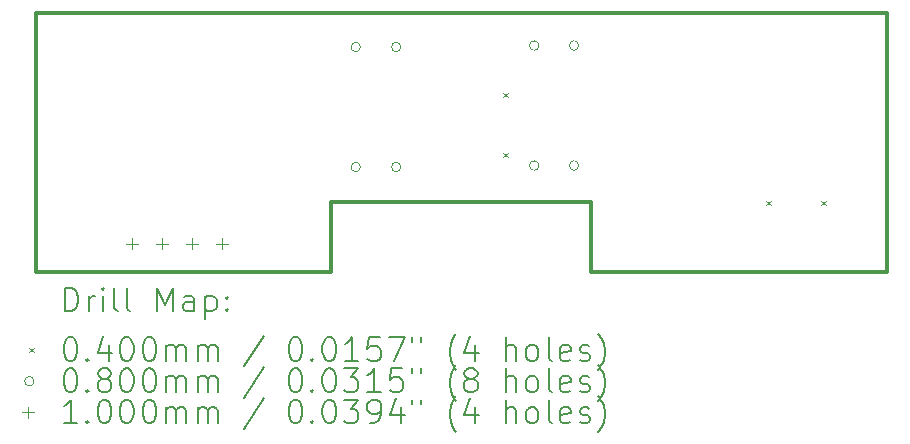
<source format=gbr>
%TF.GenerationSoftware,KiCad,Pcbnew,7.0.10-7.0.10~ubuntu22.04.1*%
%TF.CreationDate,2024-08-03T23:28:18-07:00*%
%TF.ProjectId,cheating-calc,63686561-7469-46e6-972d-63616c632e6b,rev?*%
%TF.SameCoordinates,Original*%
%TF.FileFunction,Drillmap*%
%TF.FilePolarity,Positive*%
%FSLAX45Y45*%
G04 Gerber Fmt 4.5, Leading zero omitted, Abs format (unit mm)*
G04 Created by KiCad (PCBNEW 7.0.10-7.0.10~ubuntu22.04.1) date 2024-08-03 23:28:18*
%MOMM*%
%LPD*%
G01*
G04 APERTURE LIST*
%ADD10C,0.357380*%
%ADD11C,0.200000*%
%ADD12C,0.100000*%
G04 APERTURE END LIST*
D10*
X11034401Y-5207000D02*
X8534400Y-5207000D01*
X13234422Y-5207000D02*
X11034401Y-5207000D01*
X15734426Y-5207000D02*
X13234422Y-5207000D01*
X15734426Y-7407020D02*
X15734426Y-5207000D01*
X13234423Y-7407020D02*
X15734426Y-7407020D01*
X13234423Y-6807005D02*
X13234423Y-7407020D01*
X11034402Y-6807005D02*
X13234423Y-6807005D01*
X11034402Y-7407020D02*
X11034402Y-6807005D01*
X8534400Y-7407020D02*
X11034402Y-7407020D01*
X8534400Y-5207000D02*
X8534400Y-7407020D01*
D11*
D12*
X12489500Y-5885500D02*
X12529500Y-5925500D01*
X12529500Y-5885500D02*
X12489500Y-5925500D01*
X12489500Y-6393500D02*
X12529500Y-6433500D01*
X12529500Y-6393500D02*
X12489500Y-6433500D01*
X14712000Y-6799900D02*
X14752000Y-6839900D01*
X14752000Y-6799900D02*
X14712000Y-6839900D01*
X15181900Y-6799900D02*
X15221900Y-6839900D01*
X15221900Y-6799900D02*
X15181900Y-6839900D01*
X11279500Y-5499100D02*
G75*
G03*
X11199500Y-5499100I-40000J0D01*
G01*
X11199500Y-5499100D02*
G75*
G03*
X11279500Y-5499100I40000J0D01*
G01*
X11279500Y-6515100D02*
G75*
G03*
X11199500Y-6515100I-40000J0D01*
G01*
X11199500Y-6515100D02*
G75*
G03*
X11279500Y-6515100I40000J0D01*
G01*
X11622400Y-5499100D02*
G75*
G03*
X11542400Y-5499100I-40000J0D01*
G01*
X11542400Y-5499100D02*
G75*
G03*
X11622400Y-5499100I40000J0D01*
G01*
X11622400Y-6515100D02*
G75*
G03*
X11542400Y-6515100I-40000J0D01*
G01*
X11542400Y-6515100D02*
G75*
G03*
X11622400Y-6515100I40000J0D01*
G01*
X12790800Y-5486400D02*
G75*
G03*
X12710800Y-5486400I-40000J0D01*
G01*
X12710800Y-5486400D02*
G75*
G03*
X12790800Y-5486400I40000J0D01*
G01*
X12790800Y-6502400D02*
G75*
G03*
X12710800Y-6502400I-40000J0D01*
G01*
X12710800Y-6502400D02*
G75*
G03*
X12790800Y-6502400I40000J0D01*
G01*
X13127600Y-5486400D02*
G75*
G03*
X13047600Y-5486400I-40000J0D01*
G01*
X13047600Y-5486400D02*
G75*
G03*
X13127600Y-5486400I40000J0D01*
G01*
X13127600Y-6502400D02*
G75*
G03*
X13047600Y-6502400I-40000J0D01*
G01*
X13047600Y-6502400D02*
G75*
G03*
X13127600Y-6502400I40000J0D01*
G01*
X9347200Y-7112800D02*
X9347200Y-7212800D01*
X9297200Y-7162800D02*
X9397200Y-7162800D01*
X9601200Y-7112800D02*
X9601200Y-7212800D01*
X9551200Y-7162800D02*
X9651200Y-7162800D01*
X9855200Y-7112800D02*
X9855200Y-7212800D01*
X9805200Y-7162800D02*
X9905200Y-7162800D01*
X10109200Y-7112800D02*
X10109200Y-7212800D01*
X10059200Y-7162800D02*
X10159200Y-7162800D01*
D11*
X8777308Y-7736373D02*
X8777308Y-7536373D01*
X8777308Y-7536373D02*
X8824927Y-7536373D01*
X8824927Y-7536373D02*
X8853498Y-7545897D01*
X8853498Y-7545897D02*
X8872546Y-7564945D01*
X8872546Y-7564945D02*
X8882070Y-7583992D01*
X8882070Y-7583992D02*
X8891594Y-7622087D01*
X8891594Y-7622087D02*
X8891594Y-7650659D01*
X8891594Y-7650659D02*
X8882070Y-7688754D01*
X8882070Y-7688754D02*
X8872546Y-7707802D01*
X8872546Y-7707802D02*
X8853498Y-7726849D01*
X8853498Y-7726849D02*
X8824927Y-7736373D01*
X8824927Y-7736373D02*
X8777308Y-7736373D01*
X8977308Y-7736373D02*
X8977308Y-7603040D01*
X8977308Y-7641135D02*
X8986832Y-7622087D01*
X8986832Y-7622087D02*
X8996355Y-7612564D01*
X8996355Y-7612564D02*
X9015403Y-7603040D01*
X9015403Y-7603040D02*
X9034451Y-7603040D01*
X9101117Y-7736373D02*
X9101117Y-7603040D01*
X9101117Y-7536373D02*
X9091594Y-7545897D01*
X9091594Y-7545897D02*
X9101117Y-7555421D01*
X9101117Y-7555421D02*
X9110641Y-7545897D01*
X9110641Y-7545897D02*
X9101117Y-7536373D01*
X9101117Y-7536373D02*
X9101117Y-7555421D01*
X9224927Y-7736373D02*
X9205879Y-7726849D01*
X9205879Y-7726849D02*
X9196355Y-7707802D01*
X9196355Y-7707802D02*
X9196355Y-7536373D01*
X9329689Y-7736373D02*
X9310641Y-7726849D01*
X9310641Y-7726849D02*
X9301117Y-7707802D01*
X9301117Y-7707802D02*
X9301117Y-7536373D01*
X9558260Y-7736373D02*
X9558260Y-7536373D01*
X9558260Y-7536373D02*
X9624927Y-7679230D01*
X9624927Y-7679230D02*
X9691594Y-7536373D01*
X9691594Y-7536373D02*
X9691594Y-7736373D01*
X9872546Y-7736373D02*
X9872546Y-7631611D01*
X9872546Y-7631611D02*
X9863022Y-7612564D01*
X9863022Y-7612564D02*
X9843975Y-7603040D01*
X9843975Y-7603040D02*
X9805879Y-7603040D01*
X9805879Y-7603040D02*
X9786832Y-7612564D01*
X9872546Y-7726849D02*
X9853498Y-7736373D01*
X9853498Y-7736373D02*
X9805879Y-7736373D01*
X9805879Y-7736373D02*
X9786832Y-7726849D01*
X9786832Y-7726849D02*
X9777308Y-7707802D01*
X9777308Y-7707802D02*
X9777308Y-7688754D01*
X9777308Y-7688754D02*
X9786832Y-7669706D01*
X9786832Y-7669706D02*
X9805879Y-7660183D01*
X9805879Y-7660183D02*
X9853498Y-7660183D01*
X9853498Y-7660183D02*
X9872546Y-7650659D01*
X9967784Y-7603040D02*
X9967784Y-7803040D01*
X9967784Y-7612564D02*
X9986832Y-7603040D01*
X9986832Y-7603040D02*
X10024927Y-7603040D01*
X10024927Y-7603040D02*
X10043975Y-7612564D01*
X10043975Y-7612564D02*
X10053498Y-7622087D01*
X10053498Y-7622087D02*
X10063022Y-7641135D01*
X10063022Y-7641135D02*
X10063022Y-7698278D01*
X10063022Y-7698278D02*
X10053498Y-7717325D01*
X10053498Y-7717325D02*
X10043975Y-7726849D01*
X10043975Y-7726849D02*
X10024927Y-7736373D01*
X10024927Y-7736373D02*
X9986832Y-7736373D01*
X9986832Y-7736373D02*
X9967784Y-7726849D01*
X10148736Y-7717325D02*
X10158260Y-7726849D01*
X10158260Y-7726849D02*
X10148736Y-7736373D01*
X10148736Y-7736373D02*
X10139213Y-7726849D01*
X10139213Y-7726849D02*
X10148736Y-7717325D01*
X10148736Y-7717325D02*
X10148736Y-7736373D01*
X10148736Y-7612564D02*
X10158260Y-7622087D01*
X10158260Y-7622087D02*
X10148736Y-7631611D01*
X10148736Y-7631611D02*
X10139213Y-7622087D01*
X10139213Y-7622087D02*
X10148736Y-7612564D01*
X10148736Y-7612564D02*
X10148736Y-7631611D01*
D12*
X8476531Y-8044889D02*
X8516531Y-8084889D01*
X8516531Y-8044889D02*
X8476531Y-8084889D01*
D11*
X8815403Y-7956373D02*
X8834451Y-7956373D01*
X8834451Y-7956373D02*
X8853498Y-7965897D01*
X8853498Y-7965897D02*
X8863022Y-7975421D01*
X8863022Y-7975421D02*
X8872546Y-7994468D01*
X8872546Y-7994468D02*
X8882070Y-8032564D01*
X8882070Y-8032564D02*
X8882070Y-8080183D01*
X8882070Y-8080183D02*
X8872546Y-8118278D01*
X8872546Y-8118278D02*
X8863022Y-8137325D01*
X8863022Y-8137325D02*
X8853498Y-8146849D01*
X8853498Y-8146849D02*
X8834451Y-8156373D01*
X8834451Y-8156373D02*
X8815403Y-8156373D01*
X8815403Y-8156373D02*
X8796355Y-8146849D01*
X8796355Y-8146849D02*
X8786832Y-8137325D01*
X8786832Y-8137325D02*
X8777308Y-8118278D01*
X8777308Y-8118278D02*
X8767784Y-8080183D01*
X8767784Y-8080183D02*
X8767784Y-8032564D01*
X8767784Y-8032564D02*
X8777308Y-7994468D01*
X8777308Y-7994468D02*
X8786832Y-7975421D01*
X8786832Y-7975421D02*
X8796355Y-7965897D01*
X8796355Y-7965897D02*
X8815403Y-7956373D01*
X8967784Y-8137325D02*
X8977308Y-8146849D01*
X8977308Y-8146849D02*
X8967784Y-8156373D01*
X8967784Y-8156373D02*
X8958260Y-8146849D01*
X8958260Y-8146849D02*
X8967784Y-8137325D01*
X8967784Y-8137325D02*
X8967784Y-8156373D01*
X9148736Y-8023040D02*
X9148736Y-8156373D01*
X9101117Y-7946849D02*
X9053498Y-8089706D01*
X9053498Y-8089706D02*
X9177308Y-8089706D01*
X9291594Y-7956373D02*
X9310641Y-7956373D01*
X9310641Y-7956373D02*
X9329689Y-7965897D01*
X9329689Y-7965897D02*
X9339213Y-7975421D01*
X9339213Y-7975421D02*
X9348736Y-7994468D01*
X9348736Y-7994468D02*
X9358260Y-8032564D01*
X9358260Y-8032564D02*
X9358260Y-8080183D01*
X9358260Y-8080183D02*
X9348736Y-8118278D01*
X9348736Y-8118278D02*
X9339213Y-8137325D01*
X9339213Y-8137325D02*
X9329689Y-8146849D01*
X9329689Y-8146849D02*
X9310641Y-8156373D01*
X9310641Y-8156373D02*
X9291594Y-8156373D01*
X9291594Y-8156373D02*
X9272546Y-8146849D01*
X9272546Y-8146849D02*
X9263022Y-8137325D01*
X9263022Y-8137325D02*
X9253498Y-8118278D01*
X9253498Y-8118278D02*
X9243975Y-8080183D01*
X9243975Y-8080183D02*
X9243975Y-8032564D01*
X9243975Y-8032564D02*
X9253498Y-7994468D01*
X9253498Y-7994468D02*
X9263022Y-7975421D01*
X9263022Y-7975421D02*
X9272546Y-7965897D01*
X9272546Y-7965897D02*
X9291594Y-7956373D01*
X9482070Y-7956373D02*
X9501117Y-7956373D01*
X9501117Y-7956373D02*
X9520165Y-7965897D01*
X9520165Y-7965897D02*
X9529689Y-7975421D01*
X9529689Y-7975421D02*
X9539213Y-7994468D01*
X9539213Y-7994468D02*
X9548736Y-8032564D01*
X9548736Y-8032564D02*
X9548736Y-8080183D01*
X9548736Y-8080183D02*
X9539213Y-8118278D01*
X9539213Y-8118278D02*
X9529689Y-8137325D01*
X9529689Y-8137325D02*
X9520165Y-8146849D01*
X9520165Y-8146849D02*
X9501117Y-8156373D01*
X9501117Y-8156373D02*
X9482070Y-8156373D01*
X9482070Y-8156373D02*
X9463022Y-8146849D01*
X9463022Y-8146849D02*
X9453498Y-8137325D01*
X9453498Y-8137325D02*
X9443975Y-8118278D01*
X9443975Y-8118278D02*
X9434451Y-8080183D01*
X9434451Y-8080183D02*
X9434451Y-8032564D01*
X9434451Y-8032564D02*
X9443975Y-7994468D01*
X9443975Y-7994468D02*
X9453498Y-7975421D01*
X9453498Y-7975421D02*
X9463022Y-7965897D01*
X9463022Y-7965897D02*
X9482070Y-7956373D01*
X9634451Y-8156373D02*
X9634451Y-8023040D01*
X9634451Y-8042087D02*
X9643975Y-8032564D01*
X9643975Y-8032564D02*
X9663022Y-8023040D01*
X9663022Y-8023040D02*
X9691594Y-8023040D01*
X9691594Y-8023040D02*
X9710641Y-8032564D01*
X9710641Y-8032564D02*
X9720165Y-8051611D01*
X9720165Y-8051611D02*
X9720165Y-8156373D01*
X9720165Y-8051611D02*
X9729689Y-8032564D01*
X9729689Y-8032564D02*
X9748736Y-8023040D01*
X9748736Y-8023040D02*
X9777308Y-8023040D01*
X9777308Y-8023040D02*
X9796356Y-8032564D01*
X9796356Y-8032564D02*
X9805879Y-8051611D01*
X9805879Y-8051611D02*
X9805879Y-8156373D01*
X9901117Y-8156373D02*
X9901117Y-8023040D01*
X9901117Y-8042087D02*
X9910641Y-8032564D01*
X9910641Y-8032564D02*
X9929689Y-8023040D01*
X9929689Y-8023040D02*
X9958260Y-8023040D01*
X9958260Y-8023040D02*
X9977308Y-8032564D01*
X9977308Y-8032564D02*
X9986832Y-8051611D01*
X9986832Y-8051611D02*
X9986832Y-8156373D01*
X9986832Y-8051611D02*
X9996356Y-8032564D01*
X9996356Y-8032564D02*
X10015403Y-8023040D01*
X10015403Y-8023040D02*
X10043975Y-8023040D01*
X10043975Y-8023040D02*
X10063022Y-8032564D01*
X10063022Y-8032564D02*
X10072546Y-8051611D01*
X10072546Y-8051611D02*
X10072546Y-8156373D01*
X10463022Y-7946849D02*
X10291594Y-8203992D01*
X10720165Y-7956373D02*
X10739213Y-7956373D01*
X10739213Y-7956373D02*
X10758260Y-7965897D01*
X10758260Y-7965897D02*
X10767784Y-7975421D01*
X10767784Y-7975421D02*
X10777308Y-7994468D01*
X10777308Y-7994468D02*
X10786832Y-8032564D01*
X10786832Y-8032564D02*
X10786832Y-8080183D01*
X10786832Y-8080183D02*
X10777308Y-8118278D01*
X10777308Y-8118278D02*
X10767784Y-8137325D01*
X10767784Y-8137325D02*
X10758260Y-8146849D01*
X10758260Y-8146849D02*
X10739213Y-8156373D01*
X10739213Y-8156373D02*
X10720165Y-8156373D01*
X10720165Y-8156373D02*
X10701118Y-8146849D01*
X10701118Y-8146849D02*
X10691594Y-8137325D01*
X10691594Y-8137325D02*
X10682070Y-8118278D01*
X10682070Y-8118278D02*
X10672546Y-8080183D01*
X10672546Y-8080183D02*
X10672546Y-8032564D01*
X10672546Y-8032564D02*
X10682070Y-7994468D01*
X10682070Y-7994468D02*
X10691594Y-7975421D01*
X10691594Y-7975421D02*
X10701118Y-7965897D01*
X10701118Y-7965897D02*
X10720165Y-7956373D01*
X10872546Y-8137325D02*
X10882070Y-8146849D01*
X10882070Y-8146849D02*
X10872546Y-8156373D01*
X10872546Y-8156373D02*
X10863022Y-8146849D01*
X10863022Y-8146849D02*
X10872546Y-8137325D01*
X10872546Y-8137325D02*
X10872546Y-8156373D01*
X11005879Y-7956373D02*
X11024927Y-7956373D01*
X11024927Y-7956373D02*
X11043975Y-7965897D01*
X11043975Y-7965897D02*
X11053499Y-7975421D01*
X11053499Y-7975421D02*
X11063022Y-7994468D01*
X11063022Y-7994468D02*
X11072546Y-8032564D01*
X11072546Y-8032564D02*
X11072546Y-8080183D01*
X11072546Y-8080183D02*
X11063022Y-8118278D01*
X11063022Y-8118278D02*
X11053499Y-8137325D01*
X11053499Y-8137325D02*
X11043975Y-8146849D01*
X11043975Y-8146849D02*
X11024927Y-8156373D01*
X11024927Y-8156373D02*
X11005879Y-8156373D01*
X11005879Y-8156373D02*
X10986832Y-8146849D01*
X10986832Y-8146849D02*
X10977308Y-8137325D01*
X10977308Y-8137325D02*
X10967784Y-8118278D01*
X10967784Y-8118278D02*
X10958260Y-8080183D01*
X10958260Y-8080183D02*
X10958260Y-8032564D01*
X10958260Y-8032564D02*
X10967784Y-7994468D01*
X10967784Y-7994468D02*
X10977308Y-7975421D01*
X10977308Y-7975421D02*
X10986832Y-7965897D01*
X10986832Y-7965897D02*
X11005879Y-7956373D01*
X11263022Y-8156373D02*
X11148737Y-8156373D01*
X11205879Y-8156373D02*
X11205879Y-7956373D01*
X11205879Y-7956373D02*
X11186832Y-7984945D01*
X11186832Y-7984945D02*
X11167784Y-8003992D01*
X11167784Y-8003992D02*
X11148737Y-8013516D01*
X11443975Y-7956373D02*
X11348737Y-7956373D01*
X11348737Y-7956373D02*
X11339213Y-8051611D01*
X11339213Y-8051611D02*
X11348737Y-8042087D01*
X11348737Y-8042087D02*
X11367784Y-8032564D01*
X11367784Y-8032564D02*
X11415403Y-8032564D01*
X11415403Y-8032564D02*
X11434451Y-8042087D01*
X11434451Y-8042087D02*
X11443975Y-8051611D01*
X11443975Y-8051611D02*
X11453498Y-8070659D01*
X11453498Y-8070659D02*
X11453498Y-8118278D01*
X11453498Y-8118278D02*
X11443975Y-8137325D01*
X11443975Y-8137325D02*
X11434451Y-8146849D01*
X11434451Y-8146849D02*
X11415403Y-8156373D01*
X11415403Y-8156373D02*
X11367784Y-8156373D01*
X11367784Y-8156373D02*
X11348737Y-8146849D01*
X11348737Y-8146849D02*
X11339213Y-8137325D01*
X11520165Y-7956373D02*
X11653498Y-7956373D01*
X11653498Y-7956373D02*
X11567784Y-8156373D01*
X11720165Y-7956373D02*
X11720165Y-7994468D01*
X11796356Y-7956373D02*
X11796356Y-7994468D01*
X12091594Y-8232564D02*
X12082070Y-8223040D01*
X12082070Y-8223040D02*
X12063022Y-8194468D01*
X12063022Y-8194468D02*
X12053499Y-8175421D01*
X12053499Y-8175421D02*
X12043975Y-8146849D01*
X12043975Y-8146849D02*
X12034451Y-8099230D01*
X12034451Y-8099230D02*
X12034451Y-8061135D01*
X12034451Y-8061135D02*
X12043975Y-8013516D01*
X12043975Y-8013516D02*
X12053499Y-7984945D01*
X12053499Y-7984945D02*
X12063022Y-7965897D01*
X12063022Y-7965897D02*
X12082070Y-7937325D01*
X12082070Y-7937325D02*
X12091594Y-7927802D01*
X12253499Y-8023040D02*
X12253499Y-8156373D01*
X12205879Y-7946849D02*
X12158260Y-8089706D01*
X12158260Y-8089706D02*
X12282070Y-8089706D01*
X12510641Y-8156373D02*
X12510641Y-7956373D01*
X12596356Y-8156373D02*
X12596356Y-8051611D01*
X12596356Y-8051611D02*
X12586832Y-8032564D01*
X12586832Y-8032564D02*
X12567784Y-8023040D01*
X12567784Y-8023040D02*
X12539213Y-8023040D01*
X12539213Y-8023040D02*
X12520165Y-8032564D01*
X12520165Y-8032564D02*
X12510641Y-8042087D01*
X12720165Y-8156373D02*
X12701118Y-8146849D01*
X12701118Y-8146849D02*
X12691594Y-8137325D01*
X12691594Y-8137325D02*
X12682070Y-8118278D01*
X12682070Y-8118278D02*
X12682070Y-8061135D01*
X12682070Y-8061135D02*
X12691594Y-8042087D01*
X12691594Y-8042087D02*
X12701118Y-8032564D01*
X12701118Y-8032564D02*
X12720165Y-8023040D01*
X12720165Y-8023040D02*
X12748737Y-8023040D01*
X12748737Y-8023040D02*
X12767784Y-8032564D01*
X12767784Y-8032564D02*
X12777308Y-8042087D01*
X12777308Y-8042087D02*
X12786832Y-8061135D01*
X12786832Y-8061135D02*
X12786832Y-8118278D01*
X12786832Y-8118278D02*
X12777308Y-8137325D01*
X12777308Y-8137325D02*
X12767784Y-8146849D01*
X12767784Y-8146849D02*
X12748737Y-8156373D01*
X12748737Y-8156373D02*
X12720165Y-8156373D01*
X12901118Y-8156373D02*
X12882070Y-8146849D01*
X12882070Y-8146849D02*
X12872546Y-8127802D01*
X12872546Y-8127802D02*
X12872546Y-7956373D01*
X13053499Y-8146849D02*
X13034451Y-8156373D01*
X13034451Y-8156373D02*
X12996356Y-8156373D01*
X12996356Y-8156373D02*
X12977308Y-8146849D01*
X12977308Y-8146849D02*
X12967784Y-8127802D01*
X12967784Y-8127802D02*
X12967784Y-8051611D01*
X12967784Y-8051611D02*
X12977308Y-8032564D01*
X12977308Y-8032564D02*
X12996356Y-8023040D01*
X12996356Y-8023040D02*
X13034451Y-8023040D01*
X13034451Y-8023040D02*
X13053499Y-8032564D01*
X13053499Y-8032564D02*
X13063022Y-8051611D01*
X13063022Y-8051611D02*
X13063022Y-8070659D01*
X13063022Y-8070659D02*
X12967784Y-8089706D01*
X13139213Y-8146849D02*
X13158261Y-8156373D01*
X13158261Y-8156373D02*
X13196356Y-8156373D01*
X13196356Y-8156373D02*
X13215403Y-8146849D01*
X13215403Y-8146849D02*
X13224927Y-8127802D01*
X13224927Y-8127802D02*
X13224927Y-8118278D01*
X13224927Y-8118278D02*
X13215403Y-8099230D01*
X13215403Y-8099230D02*
X13196356Y-8089706D01*
X13196356Y-8089706D02*
X13167784Y-8089706D01*
X13167784Y-8089706D02*
X13148737Y-8080183D01*
X13148737Y-8080183D02*
X13139213Y-8061135D01*
X13139213Y-8061135D02*
X13139213Y-8051611D01*
X13139213Y-8051611D02*
X13148737Y-8032564D01*
X13148737Y-8032564D02*
X13167784Y-8023040D01*
X13167784Y-8023040D02*
X13196356Y-8023040D01*
X13196356Y-8023040D02*
X13215403Y-8032564D01*
X13291594Y-8232564D02*
X13301118Y-8223040D01*
X13301118Y-8223040D02*
X13320165Y-8194468D01*
X13320165Y-8194468D02*
X13329689Y-8175421D01*
X13329689Y-8175421D02*
X13339213Y-8146849D01*
X13339213Y-8146849D02*
X13348737Y-8099230D01*
X13348737Y-8099230D02*
X13348737Y-8061135D01*
X13348737Y-8061135D02*
X13339213Y-8013516D01*
X13339213Y-8013516D02*
X13329689Y-7984945D01*
X13329689Y-7984945D02*
X13320165Y-7965897D01*
X13320165Y-7965897D02*
X13301118Y-7937325D01*
X13301118Y-7937325D02*
X13291594Y-7927802D01*
D12*
X8516531Y-8328889D02*
G75*
G03*
X8436531Y-8328889I-40000J0D01*
G01*
X8436531Y-8328889D02*
G75*
G03*
X8516531Y-8328889I40000J0D01*
G01*
D11*
X8815403Y-8220373D02*
X8834451Y-8220373D01*
X8834451Y-8220373D02*
X8853498Y-8229897D01*
X8853498Y-8229897D02*
X8863022Y-8239421D01*
X8863022Y-8239421D02*
X8872546Y-8258468D01*
X8872546Y-8258468D02*
X8882070Y-8296564D01*
X8882070Y-8296564D02*
X8882070Y-8344183D01*
X8882070Y-8344183D02*
X8872546Y-8382278D01*
X8872546Y-8382278D02*
X8863022Y-8401326D01*
X8863022Y-8401326D02*
X8853498Y-8410849D01*
X8853498Y-8410849D02*
X8834451Y-8420373D01*
X8834451Y-8420373D02*
X8815403Y-8420373D01*
X8815403Y-8420373D02*
X8796355Y-8410849D01*
X8796355Y-8410849D02*
X8786832Y-8401326D01*
X8786832Y-8401326D02*
X8777308Y-8382278D01*
X8777308Y-8382278D02*
X8767784Y-8344183D01*
X8767784Y-8344183D02*
X8767784Y-8296564D01*
X8767784Y-8296564D02*
X8777308Y-8258468D01*
X8777308Y-8258468D02*
X8786832Y-8239421D01*
X8786832Y-8239421D02*
X8796355Y-8229897D01*
X8796355Y-8229897D02*
X8815403Y-8220373D01*
X8967784Y-8401326D02*
X8977308Y-8410849D01*
X8977308Y-8410849D02*
X8967784Y-8420373D01*
X8967784Y-8420373D02*
X8958260Y-8410849D01*
X8958260Y-8410849D02*
X8967784Y-8401326D01*
X8967784Y-8401326D02*
X8967784Y-8420373D01*
X9091594Y-8306087D02*
X9072546Y-8296564D01*
X9072546Y-8296564D02*
X9063022Y-8287040D01*
X9063022Y-8287040D02*
X9053498Y-8267992D01*
X9053498Y-8267992D02*
X9053498Y-8258468D01*
X9053498Y-8258468D02*
X9063022Y-8239421D01*
X9063022Y-8239421D02*
X9072546Y-8229897D01*
X9072546Y-8229897D02*
X9091594Y-8220373D01*
X9091594Y-8220373D02*
X9129689Y-8220373D01*
X9129689Y-8220373D02*
X9148736Y-8229897D01*
X9148736Y-8229897D02*
X9158260Y-8239421D01*
X9158260Y-8239421D02*
X9167784Y-8258468D01*
X9167784Y-8258468D02*
X9167784Y-8267992D01*
X9167784Y-8267992D02*
X9158260Y-8287040D01*
X9158260Y-8287040D02*
X9148736Y-8296564D01*
X9148736Y-8296564D02*
X9129689Y-8306087D01*
X9129689Y-8306087D02*
X9091594Y-8306087D01*
X9091594Y-8306087D02*
X9072546Y-8315611D01*
X9072546Y-8315611D02*
X9063022Y-8325135D01*
X9063022Y-8325135D02*
X9053498Y-8344183D01*
X9053498Y-8344183D02*
X9053498Y-8382278D01*
X9053498Y-8382278D02*
X9063022Y-8401326D01*
X9063022Y-8401326D02*
X9072546Y-8410849D01*
X9072546Y-8410849D02*
X9091594Y-8420373D01*
X9091594Y-8420373D02*
X9129689Y-8420373D01*
X9129689Y-8420373D02*
X9148736Y-8410849D01*
X9148736Y-8410849D02*
X9158260Y-8401326D01*
X9158260Y-8401326D02*
X9167784Y-8382278D01*
X9167784Y-8382278D02*
X9167784Y-8344183D01*
X9167784Y-8344183D02*
X9158260Y-8325135D01*
X9158260Y-8325135D02*
X9148736Y-8315611D01*
X9148736Y-8315611D02*
X9129689Y-8306087D01*
X9291594Y-8220373D02*
X9310641Y-8220373D01*
X9310641Y-8220373D02*
X9329689Y-8229897D01*
X9329689Y-8229897D02*
X9339213Y-8239421D01*
X9339213Y-8239421D02*
X9348736Y-8258468D01*
X9348736Y-8258468D02*
X9358260Y-8296564D01*
X9358260Y-8296564D02*
X9358260Y-8344183D01*
X9358260Y-8344183D02*
X9348736Y-8382278D01*
X9348736Y-8382278D02*
X9339213Y-8401326D01*
X9339213Y-8401326D02*
X9329689Y-8410849D01*
X9329689Y-8410849D02*
X9310641Y-8420373D01*
X9310641Y-8420373D02*
X9291594Y-8420373D01*
X9291594Y-8420373D02*
X9272546Y-8410849D01*
X9272546Y-8410849D02*
X9263022Y-8401326D01*
X9263022Y-8401326D02*
X9253498Y-8382278D01*
X9253498Y-8382278D02*
X9243975Y-8344183D01*
X9243975Y-8344183D02*
X9243975Y-8296564D01*
X9243975Y-8296564D02*
X9253498Y-8258468D01*
X9253498Y-8258468D02*
X9263022Y-8239421D01*
X9263022Y-8239421D02*
X9272546Y-8229897D01*
X9272546Y-8229897D02*
X9291594Y-8220373D01*
X9482070Y-8220373D02*
X9501117Y-8220373D01*
X9501117Y-8220373D02*
X9520165Y-8229897D01*
X9520165Y-8229897D02*
X9529689Y-8239421D01*
X9529689Y-8239421D02*
X9539213Y-8258468D01*
X9539213Y-8258468D02*
X9548736Y-8296564D01*
X9548736Y-8296564D02*
X9548736Y-8344183D01*
X9548736Y-8344183D02*
X9539213Y-8382278D01*
X9539213Y-8382278D02*
X9529689Y-8401326D01*
X9529689Y-8401326D02*
X9520165Y-8410849D01*
X9520165Y-8410849D02*
X9501117Y-8420373D01*
X9501117Y-8420373D02*
X9482070Y-8420373D01*
X9482070Y-8420373D02*
X9463022Y-8410849D01*
X9463022Y-8410849D02*
X9453498Y-8401326D01*
X9453498Y-8401326D02*
X9443975Y-8382278D01*
X9443975Y-8382278D02*
X9434451Y-8344183D01*
X9434451Y-8344183D02*
X9434451Y-8296564D01*
X9434451Y-8296564D02*
X9443975Y-8258468D01*
X9443975Y-8258468D02*
X9453498Y-8239421D01*
X9453498Y-8239421D02*
X9463022Y-8229897D01*
X9463022Y-8229897D02*
X9482070Y-8220373D01*
X9634451Y-8420373D02*
X9634451Y-8287040D01*
X9634451Y-8306087D02*
X9643975Y-8296564D01*
X9643975Y-8296564D02*
X9663022Y-8287040D01*
X9663022Y-8287040D02*
X9691594Y-8287040D01*
X9691594Y-8287040D02*
X9710641Y-8296564D01*
X9710641Y-8296564D02*
X9720165Y-8315611D01*
X9720165Y-8315611D02*
X9720165Y-8420373D01*
X9720165Y-8315611D02*
X9729689Y-8296564D01*
X9729689Y-8296564D02*
X9748736Y-8287040D01*
X9748736Y-8287040D02*
X9777308Y-8287040D01*
X9777308Y-8287040D02*
X9796356Y-8296564D01*
X9796356Y-8296564D02*
X9805879Y-8315611D01*
X9805879Y-8315611D02*
X9805879Y-8420373D01*
X9901117Y-8420373D02*
X9901117Y-8287040D01*
X9901117Y-8306087D02*
X9910641Y-8296564D01*
X9910641Y-8296564D02*
X9929689Y-8287040D01*
X9929689Y-8287040D02*
X9958260Y-8287040D01*
X9958260Y-8287040D02*
X9977308Y-8296564D01*
X9977308Y-8296564D02*
X9986832Y-8315611D01*
X9986832Y-8315611D02*
X9986832Y-8420373D01*
X9986832Y-8315611D02*
X9996356Y-8296564D01*
X9996356Y-8296564D02*
X10015403Y-8287040D01*
X10015403Y-8287040D02*
X10043975Y-8287040D01*
X10043975Y-8287040D02*
X10063022Y-8296564D01*
X10063022Y-8296564D02*
X10072546Y-8315611D01*
X10072546Y-8315611D02*
X10072546Y-8420373D01*
X10463022Y-8210849D02*
X10291594Y-8467992D01*
X10720165Y-8220373D02*
X10739213Y-8220373D01*
X10739213Y-8220373D02*
X10758260Y-8229897D01*
X10758260Y-8229897D02*
X10767784Y-8239421D01*
X10767784Y-8239421D02*
X10777308Y-8258468D01*
X10777308Y-8258468D02*
X10786832Y-8296564D01*
X10786832Y-8296564D02*
X10786832Y-8344183D01*
X10786832Y-8344183D02*
X10777308Y-8382278D01*
X10777308Y-8382278D02*
X10767784Y-8401326D01*
X10767784Y-8401326D02*
X10758260Y-8410849D01*
X10758260Y-8410849D02*
X10739213Y-8420373D01*
X10739213Y-8420373D02*
X10720165Y-8420373D01*
X10720165Y-8420373D02*
X10701118Y-8410849D01*
X10701118Y-8410849D02*
X10691594Y-8401326D01*
X10691594Y-8401326D02*
X10682070Y-8382278D01*
X10682070Y-8382278D02*
X10672546Y-8344183D01*
X10672546Y-8344183D02*
X10672546Y-8296564D01*
X10672546Y-8296564D02*
X10682070Y-8258468D01*
X10682070Y-8258468D02*
X10691594Y-8239421D01*
X10691594Y-8239421D02*
X10701118Y-8229897D01*
X10701118Y-8229897D02*
X10720165Y-8220373D01*
X10872546Y-8401326D02*
X10882070Y-8410849D01*
X10882070Y-8410849D02*
X10872546Y-8420373D01*
X10872546Y-8420373D02*
X10863022Y-8410849D01*
X10863022Y-8410849D02*
X10872546Y-8401326D01*
X10872546Y-8401326D02*
X10872546Y-8420373D01*
X11005879Y-8220373D02*
X11024927Y-8220373D01*
X11024927Y-8220373D02*
X11043975Y-8229897D01*
X11043975Y-8229897D02*
X11053499Y-8239421D01*
X11053499Y-8239421D02*
X11063022Y-8258468D01*
X11063022Y-8258468D02*
X11072546Y-8296564D01*
X11072546Y-8296564D02*
X11072546Y-8344183D01*
X11072546Y-8344183D02*
X11063022Y-8382278D01*
X11063022Y-8382278D02*
X11053499Y-8401326D01*
X11053499Y-8401326D02*
X11043975Y-8410849D01*
X11043975Y-8410849D02*
X11024927Y-8420373D01*
X11024927Y-8420373D02*
X11005879Y-8420373D01*
X11005879Y-8420373D02*
X10986832Y-8410849D01*
X10986832Y-8410849D02*
X10977308Y-8401326D01*
X10977308Y-8401326D02*
X10967784Y-8382278D01*
X10967784Y-8382278D02*
X10958260Y-8344183D01*
X10958260Y-8344183D02*
X10958260Y-8296564D01*
X10958260Y-8296564D02*
X10967784Y-8258468D01*
X10967784Y-8258468D02*
X10977308Y-8239421D01*
X10977308Y-8239421D02*
X10986832Y-8229897D01*
X10986832Y-8229897D02*
X11005879Y-8220373D01*
X11139213Y-8220373D02*
X11263022Y-8220373D01*
X11263022Y-8220373D02*
X11196356Y-8296564D01*
X11196356Y-8296564D02*
X11224927Y-8296564D01*
X11224927Y-8296564D02*
X11243975Y-8306087D01*
X11243975Y-8306087D02*
X11253498Y-8315611D01*
X11253498Y-8315611D02*
X11263022Y-8334659D01*
X11263022Y-8334659D02*
X11263022Y-8382278D01*
X11263022Y-8382278D02*
X11253498Y-8401326D01*
X11253498Y-8401326D02*
X11243975Y-8410849D01*
X11243975Y-8410849D02*
X11224927Y-8420373D01*
X11224927Y-8420373D02*
X11167784Y-8420373D01*
X11167784Y-8420373D02*
X11148737Y-8410849D01*
X11148737Y-8410849D02*
X11139213Y-8401326D01*
X11453498Y-8420373D02*
X11339213Y-8420373D01*
X11396356Y-8420373D02*
X11396356Y-8220373D01*
X11396356Y-8220373D02*
X11377308Y-8248945D01*
X11377308Y-8248945D02*
X11358260Y-8267992D01*
X11358260Y-8267992D02*
X11339213Y-8277516D01*
X11634451Y-8220373D02*
X11539213Y-8220373D01*
X11539213Y-8220373D02*
X11529689Y-8315611D01*
X11529689Y-8315611D02*
X11539213Y-8306087D01*
X11539213Y-8306087D02*
X11558260Y-8296564D01*
X11558260Y-8296564D02*
X11605879Y-8296564D01*
X11605879Y-8296564D02*
X11624927Y-8306087D01*
X11624927Y-8306087D02*
X11634451Y-8315611D01*
X11634451Y-8315611D02*
X11643975Y-8334659D01*
X11643975Y-8334659D02*
X11643975Y-8382278D01*
X11643975Y-8382278D02*
X11634451Y-8401326D01*
X11634451Y-8401326D02*
X11624927Y-8410849D01*
X11624927Y-8410849D02*
X11605879Y-8420373D01*
X11605879Y-8420373D02*
X11558260Y-8420373D01*
X11558260Y-8420373D02*
X11539213Y-8410849D01*
X11539213Y-8410849D02*
X11529689Y-8401326D01*
X11720165Y-8220373D02*
X11720165Y-8258468D01*
X11796356Y-8220373D02*
X11796356Y-8258468D01*
X12091594Y-8496564D02*
X12082070Y-8487040D01*
X12082070Y-8487040D02*
X12063022Y-8458468D01*
X12063022Y-8458468D02*
X12053499Y-8439421D01*
X12053499Y-8439421D02*
X12043975Y-8410849D01*
X12043975Y-8410849D02*
X12034451Y-8363230D01*
X12034451Y-8363230D02*
X12034451Y-8325135D01*
X12034451Y-8325135D02*
X12043975Y-8277516D01*
X12043975Y-8277516D02*
X12053499Y-8248945D01*
X12053499Y-8248945D02*
X12063022Y-8229897D01*
X12063022Y-8229897D02*
X12082070Y-8201325D01*
X12082070Y-8201325D02*
X12091594Y-8191802D01*
X12196356Y-8306087D02*
X12177308Y-8296564D01*
X12177308Y-8296564D02*
X12167784Y-8287040D01*
X12167784Y-8287040D02*
X12158260Y-8267992D01*
X12158260Y-8267992D02*
X12158260Y-8258468D01*
X12158260Y-8258468D02*
X12167784Y-8239421D01*
X12167784Y-8239421D02*
X12177308Y-8229897D01*
X12177308Y-8229897D02*
X12196356Y-8220373D01*
X12196356Y-8220373D02*
X12234451Y-8220373D01*
X12234451Y-8220373D02*
X12253499Y-8229897D01*
X12253499Y-8229897D02*
X12263022Y-8239421D01*
X12263022Y-8239421D02*
X12272546Y-8258468D01*
X12272546Y-8258468D02*
X12272546Y-8267992D01*
X12272546Y-8267992D02*
X12263022Y-8287040D01*
X12263022Y-8287040D02*
X12253499Y-8296564D01*
X12253499Y-8296564D02*
X12234451Y-8306087D01*
X12234451Y-8306087D02*
X12196356Y-8306087D01*
X12196356Y-8306087D02*
X12177308Y-8315611D01*
X12177308Y-8315611D02*
X12167784Y-8325135D01*
X12167784Y-8325135D02*
X12158260Y-8344183D01*
X12158260Y-8344183D02*
X12158260Y-8382278D01*
X12158260Y-8382278D02*
X12167784Y-8401326D01*
X12167784Y-8401326D02*
X12177308Y-8410849D01*
X12177308Y-8410849D02*
X12196356Y-8420373D01*
X12196356Y-8420373D02*
X12234451Y-8420373D01*
X12234451Y-8420373D02*
X12253499Y-8410849D01*
X12253499Y-8410849D02*
X12263022Y-8401326D01*
X12263022Y-8401326D02*
X12272546Y-8382278D01*
X12272546Y-8382278D02*
X12272546Y-8344183D01*
X12272546Y-8344183D02*
X12263022Y-8325135D01*
X12263022Y-8325135D02*
X12253499Y-8315611D01*
X12253499Y-8315611D02*
X12234451Y-8306087D01*
X12510641Y-8420373D02*
X12510641Y-8220373D01*
X12596356Y-8420373D02*
X12596356Y-8315611D01*
X12596356Y-8315611D02*
X12586832Y-8296564D01*
X12586832Y-8296564D02*
X12567784Y-8287040D01*
X12567784Y-8287040D02*
X12539213Y-8287040D01*
X12539213Y-8287040D02*
X12520165Y-8296564D01*
X12520165Y-8296564D02*
X12510641Y-8306087D01*
X12720165Y-8420373D02*
X12701118Y-8410849D01*
X12701118Y-8410849D02*
X12691594Y-8401326D01*
X12691594Y-8401326D02*
X12682070Y-8382278D01*
X12682070Y-8382278D02*
X12682070Y-8325135D01*
X12682070Y-8325135D02*
X12691594Y-8306087D01*
X12691594Y-8306087D02*
X12701118Y-8296564D01*
X12701118Y-8296564D02*
X12720165Y-8287040D01*
X12720165Y-8287040D02*
X12748737Y-8287040D01*
X12748737Y-8287040D02*
X12767784Y-8296564D01*
X12767784Y-8296564D02*
X12777308Y-8306087D01*
X12777308Y-8306087D02*
X12786832Y-8325135D01*
X12786832Y-8325135D02*
X12786832Y-8382278D01*
X12786832Y-8382278D02*
X12777308Y-8401326D01*
X12777308Y-8401326D02*
X12767784Y-8410849D01*
X12767784Y-8410849D02*
X12748737Y-8420373D01*
X12748737Y-8420373D02*
X12720165Y-8420373D01*
X12901118Y-8420373D02*
X12882070Y-8410849D01*
X12882070Y-8410849D02*
X12872546Y-8391802D01*
X12872546Y-8391802D02*
X12872546Y-8220373D01*
X13053499Y-8410849D02*
X13034451Y-8420373D01*
X13034451Y-8420373D02*
X12996356Y-8420373D01*
X12996356Y-8420373D02*
X12977308Y-8410849D01*
X12977308Y-8410849D02*
X12967784Y-8391802D01*
X12967784Y-8391802D02*
X12967784Y-8315611D01*
X12967784Y-8315611D02*
X12977308Y-8296564D01*
X12977308Y-8296564D02*
X12996356Y-8287040D01*
X12996356Y-8287040D02*
X13034451Y-8287040D01*
X13034451Y-8287040D02*
X13053499Y-8296564D01*
X13053499Y-8296564D02*
X13063022Y-8315611D01*
X13063022Y-8315611D02*
X13063022Y-8334659D01*
X13063022Y-8334659D02*
X12967784Y-8353706D01*
X13139213Y-8410849D02*
X13158261Y-8420373D01*
X13158261Y-8420373D02*
X13196356Y-8420373D01*
X13196356Y-8420373D02*
X13215403Y-8410849D01*
X13215403Y-8410849D02*
X13224927Y-8391802D01*
X13224927Y-8391802D02*
X13224927Y-8382278D01*
X13224927Y-8382278D02*
X13215403Y-8363230D01*
X13215403Y-8363230D02*
X13196356Y-8353706D01*
X13196356Y-8353706D02*
X13167784Y-8353706D01*
X13167784Y-8353706D02*
X13148737Y-8344183D01*
X13148737Y-8344183D02*
X13139213Y-8325135D01*
X13139213Y-8325135D02*
X13139213Y-8315611D01*
X13139213Y-8315611D02*
X13148737Y-8296564D01*
X13148737Y-8296564D02*
X13167784Y-8287040D01*
X13167784Y-8287040D02*
X13196356Y-8287040D01*
X13196356Y-8287040D02*
X13215403Y-8296564D01*
X13291594Y-8496564D02*
X13301118Y-8487040D01*
X13301118Y-8487040D02*
X13320165Y-8458468D01*
X13320165Y-8458468D02*
X13329689Y-8439421D01*
X13329689Y-8439421D02*
X13339213Y-8410849D01*
X13339213Y-8410849D02*
X13348737Y-8363230D01*
X13348737Y-8363230D02*
X13348737Y-8325135D01*
X13348737Y-8325135D02*
X13339213Y-8277516D01*
X13339213Y-8277516D02*
X13329689Y-8248945D01*
X13329689Y-8248945D02*
X13320165Y-8229897D01*
X13320165Y-8229897D02*
X13301118Y-8201325D01*
X13301118Y-8201325D02*
X13291594Y-8191802D01*
D12*
X8466531Y-8542889D02*
X8466531Y-8642889D01*
X8416531Y-8592889D02*
X8516531Y-8592889D01*
D11*
X8882070Y-8684373D02*
X8767784Y-8684373D01*
X8824927Y-8684373D02*
X8824927Y-8484373D01*
X8824927Y-8484373D02*
X8805879Y-8512945D01*
X8805879Y-8512945D02*
X8786832Y-8531992D01*
X8786832Y-8531992D02*
X8767784Y-8541516D01*
X8967784Y-8665326D02*
X8977308Y-8674849D01*
X8977308Y-8674849D02*
X8967784Y-8684373D01*
X8967784Y-8684373D02*
X8958260Y-8674849D01*
X8958260Y-8674849D02*
X8967784Y-8665326D01*
X8967784Y-8665326D02*
X8967784Y-8684373D01*
X9101117Y-8484373D02*
X9120165Y-8484373D01*
X9120165Y-8484373D02*
X9139213Y-8493897D01*
X9139213Y-8493897D02*
X9148736Y-8503421D01*
X9148736Y-8503421D02*
X9158260Y-8522468D01*
X9158260Y-8522468D02*
X9167784Y-8560564D01*
X9167784Y-8560564D02*
X9167784Y-8608183D01*
X9167784Y-8608183D02*
X9158260Y-8646278D01*
X9158260Y-8646278D02*
X9148736Y-8665326D01*
X9148736Y-8665326D02*
X9139213Y-8674849D01*
X9139213Y-8674849D02*
X9120165Y-8684373D01*
X9120165Y-8684373D02*
X9101117Y-8684373D01*
X9101117Y-8684373D02*
X9082070Y-8674849D01*
X9082070Y-8674849D02*
X9072546Y-8665326D01*
X9072546Y-8665326D02*
X9063022Y-8646278D01*
X9063022Y-8646278D02*
X9053498Y-8608183D01*
X9053498Y-8608183D02*
X9053498Y-8560564D01*
X9053498Y-8560564D02*
X9063022Y-8522468D01*
X9063022Y-8522468D02*
X9072546Y-8503421D01*
X9072546Y-8503421D02*
X9082070Y-8493897D01*
X9082070Y-8493897D02*
X9101117Y-8484373D01*
X9291594Y-8484373D02*
X9310641Y-8484373D01*
X9310641Y-8484373D02*
X9329689Y-8493897D01*
X9329689Y-8493897D02*
X9339213Y-8503421D01*
X9339213Y-8503421D02*
X9348736Y-8522468D01*
X9348736Y-8522468D02*
X9358260Y-8560564D01*
X9358260Y-8560564D02*
X9358260Y-8608183D01*
X9358260Y-8608183D02*
X9348736Y-8646278D01*
X9348736Y-8646278D02*
X9339213Y-8665326D01*
X9339213Y-8665326D02*
X9329689Y-8674849D01*
X9329689Y-8674849D02*
X9310641Y-8684373D01*
X9310641Y-8684373D02*
X9291594Y-8684373D01*
X9291594Y-8684373D02*
X9272546Y-8674849D01*
X9272546Y-8674849D02*
X9263022Y-8665326D01*
X9263022Y-8665326D02*
X9253498Y-8646278D01*
X9253498Y-8646278D02*
X9243975Y-8608183D01*
X9243975Y-8608183D02*
X9243975Y-8560564D01*
X9243975Y-8560564D02*
X9253498Y-8522468D01*
X9253498Y-8522468D02*
X9263022Y-8503421D01*
X9263022Y-8503421D02*
X9272546Y-8493897D01*
X9272546Y-8493897D02*
X9291594Y-8484373D01*
X9482070Y-8484373D02*
X9501117Y-8484373D01*
X9501117Y-8484373D02*
X9520165Y-8493897D01*
X9520165Y-8493897D02*
X9529689Y-8503421D01*
X9529689Y-8503421D02*
X9539213Y-8522468D01*
X9539213Y-8522468D02*
X9548736Y-8560564D01*
X9548736Y-8560564D02*
X9548736Y-8608183D01*
X9548736Y-8608183D02*
X9539213Y-8646278D01*
X9539213Y-8646278D02*
X9529689Y-8665326D01*
X9529689Y-8665326D02*
X9520165Y-8674849D01*
X9520165Y-8674849D02*
X9501117Y-8684373D01*
X9501117Y-8684373D02*
X9482070Y-8684373D01*
X9482070Y-8684373D02*
X9463022Y-8674849D01*
X9463022Y-8674849D02*
X9453498Y-8665326D01*
X9453498Y-8665326D02*
X9443975Y-8646278D01*
X9443975Y-8646278D02*
X9434451Y-8608183D01*
X9434451Y-8608183D02*
X9434451Y-8560564D01*
X9434451Y-8560564D02*
X9443975Y-8522468D01*
X9443975Y-8522468D02*
X9453498Y-8503421D01*
X9453498Y-8503421D02*
X9463022Y-8493897D01*
X9463022Y-8493897D02*
X9482070Y-8484373D01*
X9634451Y-8684373D02*
X9634451Y-8551040D01*
X9634451Y-8570087D02*
X9643975Y-8560564D01*
X9643975Y-8560564D02*
X9663022Y-8551040D01*
X9663022Y-8551040D02*
X9691594Y-8551040D01*
X9691594Y-8551040D02*
X9710641Y-8560564D01*
X9710641Y-8560564D02*
X9720165Y-8579611D01*
X9720165Y-8579611D02*
X9720165Y-8684373D01*
X9720165Y-8579611D02*
X9729689Y-8560564D01*
X9729689Y-8560564D02*
X9748736Y-8551040D01*
X9748736Y-8551040D02*
X9777308Y-8551040D01*
X9777308Y-8551040D02*
X9796356Y-8560564D01*
X9796356Y-8560564D02*
X9805879Y-8579611D01*
X9805879Y-8579611D02*
X9805879Y-8684373D01*
X9901117Y-8684373D02*
X9901117Y-8551040D01*
X9901117Y-8570087D02*
X9910641Y-8560564D01*
X9910641Y-8560564D02*
X9929689Y-8551040D01*
X9929689Y-8551040D02*
X9958260Y-8551040D01*
X9958260Y-8551040D02*
X9977308Y-8560564D01*
X9977308Y-8560564D02*
X9986832Y-8579611D01*
X9986832Y-8579611D02*
X9986832Y-8684373D01*
X9986832Y-8579611D02*
X9996356Y-8560564D01*
X9996356Y-8560564D02*
X10015403Y-8551040D01*
X10015403Y-8551040D02*
X10043975Y-8551040D01*
X10043975Y-8551040D02*
X10063022Y-8560564D01*
X10063022Y-8560564D02*
X10072546Y-8579611D01*
X10072546Y-8579611D02*
X10072546Y-8684373D01*
X10463022Y-8474849D02*
X10291594Y-8731992D01*
X10720165Y-8484373D02*
X10739213Y-8484373D01*
X10739213Y-8484373D02*
X10758260Y-8493897D01*
X10758260Y-8493897D02*
X10767784Y-8503421D01*
X10767784Y-8503421D02*
X10777308Y-8522468D01*
X10777308Y-8522468D02*
X10786832Y-8560564D01*
X10786832Y-8560564D02*
X10786832Y-8608183D01*
X10786832Y-8608183D02*
X10777308Y-8646278D01*
X10777308Y-8646278D02*
X10767784Y-8665326D01*
X10767784Y-8665326D02*
X10758260Y-8674849D01*
X10758260Y-8674849D02*
X10739213Y-8684373D01*
X10739213Y-8684373D02*
X10720165Y-8684373D01*
X10720165Y-8684373D02*
X10701118Y-8674849D01*
X10701118Y-8674849D02*
X10691594Y-8665326D01*
X10691594Y-8665326D02*
X10682070Y-8646278D01*
X10682070Y-8646278D02*
X10672546Y-8608183D01*
X10672546Y-8608183D02*
X10672546Y-8560564D01*
X10672546Y-8560564D02*
X10682070Y-8522468D01*
X10682070Y-8522468D02*
X10691594Y-8503421D01*
X10691594Y-8503421D02*
X10701118Y-8493897D01*
X10701118Y-8493897D02*
X10720165Y-8484373D01*
X10872546Y-8665326D02*
X10882070Y-8674849D01*
X10882070Y-8674849D02*
X10872546Y-8684373D01*
X10872546Y-8684373D02*
X10863022Y-8674849D01*
X10863022Y-8674849D02*
X10872546Y-8665326D01*
X10872546Y-8665326D02*
X10872546Y-8684373D01*
X11005879Y-8484373D02*
X11024927Y-8484373D01*
X11024927Y-8484373D02*
X11043975Y-8493897D01*
X11043975Y-8493897D02*
X11053499Y-8503421D01*
X11053499Y-8503421D02*
X11063022Y-8522468D01*
X11063022Y-8522468D02*
X11072546Y-8560564D01*
X11072546Y-8560564D02*
X11072546Y-8608183D01*
X11072546Y-8608183D02*
X11063022Y-8646278D01*
X11063022Y-8646278D02*
X11053499Y-8665326D01*
X11053499Y-8665326D02*
X11043975Y-8674849D01*
X11043975Y-8674849D02*
X11024927Y-8684373D01*
X11024927Y-8684373D02*
X11005879Y-8684373D01*
X11005879Y-8684373D02*
X10986832Y-8674849D01*
X10986832Y-8674849D02*
X10977308Y-8665326D01*
X10977308Y-8665326D02*
X10967784Y-8646278D01*
X10967784Y-8646278D02*
X10958260Y-8608183D01*
X10958260Y-8608183D02*
X10958260Y-8560564D01*
X10958260Y-8560564D02*
X10967784Y-8522468D01*
X10967784Y-8522468D02*
X10977308Y-8503421D01*
X10977308Y-8503421D02*
X10986832Y-8493897D01*
X10986832Y-8493897D02*
X11005879Y-8484373D01*
X11139213Y-8484373D02*
X11263022Y-8484373D01*
X11263022Y-8484373D02*
X11196356Y-8560564D01*
X11196356Y-8560564D02*
X11224927Y-8560564D01*
X11224927Y-8560564D02*
X11243975Y-8570087D01*
X11243975Y-8570087D02*
X11253498Y-8579611D01*
X11253498Y-8579611D02*
X11263022Y-8598659D01*
X11263022Y-8598659D02*
X11263022Y-8646278D01*
X11263022Y-8646278D02*
X11253498Y-8665326D01*
X11253498Y-8665326D02*
X11243975Y-8674849D01*
X11243975Y-8674849D02*
X11224927Y-8684373D01*
X11224927Y-8684373D02*
X11167784Y-8684373D01*
X11167784Y-8684373D02*
X11148737Y-8674849D01*
X11148737Y-8674849D02*
X11139213Y-8665326D01*
X11358260Y-8684373D02*
X11396356Y-8684373D01*
X11396356Y-8684373D02*
X11415403Y-8674849D01*
X11415403Y-8674849D02*
X11424927Y-8665326D01*
X11424927Y-8665326D02*
X11443975Y-8636754D01*
X11443975Y-8636754D02*
X11453498Y-8598659D01*
X11453498Y-8598659D02*
X11453498Y-8522468D01*
X11453498Y-8522468D02*
X11443975Y-8503421D01*
X11443975Y-8503421D02*
X11434451Y-8493897D01*
X11434451Y-8493897D02*
X11415403Y-8484373D01*
X11415403Y-8484373D02*
X11377308Y-8484373D01*
X11377308Y-8484373D02*
X11358260Y-8493897D01*
X11358260Y-8493897D02*
X11348737Y-8503421D01*
X11348737Y-8503421D02*
X11339213Y-8522468D01*
X11339213Y-8522468D02*
X11339213Y-8570087D01*
X11339213Y-8570087D02*
X11348737Y-8589135D01*
X11348737Y-8589135D02*
X11358260Y-8598659D01*
X11358260Y-8598659D02*
X11377308Y-8608183D01*
X11377308Y-8608183D02*
X11415403Y-8608183D01*
X11415403Y-8608183D02*
X11434451Y-8598659D01*
X11434451Y-8598659D02*
X11443975Y-8589135D01*
X11443975Y-8589135D02*
X11453498Y-8570087D01*
X11624927Y-8551040D02*
X11624927Y-8684373D01*
X11577308Y-8474849D02*
X11529689Y-8617707D01*
X11529689Y-8617707D02*
X11653498Y-8617707D01*
X11720165Y-8484373D02*
X11720165Y-8522468D01*
X11796356Y-8484373D02*
X11796356Y-8522468D01*
X12091594Y-8760564D02*
X12082070Y-8751040D01*
X12082070Y-8751040D02*
X12063022Y-8722468D01*
X12063022Y-8722468D02*
X12053499Y-8703421D01*
X12053499Y-8703421D02*
X12043975Y-8674849D01*
X12043975Y-8674849D02*
X12034451Y-8627230D01*
X12034451Y-8627230D02*
X12034451Y-8589135D01*
X12034451Y-8589135D02*
X12043975Y-8541516D01*
X12043975Y-8541516D02*
X12053499Y-8512945D01*
X12053499Y-8512945D02*
X12063022Y-8493897D01*
X12063022Y-8493897D02*
X12082070Y-8465326D01*
X12082070Y-8465326D02*
X12091594Y-8455802D01*
X12253499Y-8551040D02*
X12253499Y-8684373D01*
X12205879Y-8474849D02*
X12158260Y-8617707D01*
X12158260Y-8617707D02*
X12282070Y-8617707D01*
X12510641Y-8684373D02*
X12510641Y-8484373D01*
X12596356Y-8684373D02*
X12596356Y-8579611D01*
X12596356Y-8579611D02*
X12586832Y-8560564D01*
X12586832Y-8560564D02*
X12567784Y-8551040D01*
X12567784Y-8551040D02*
X12539213Y-8551040D01*
X12539213Y-8551040D02*
X12520165Y-8560564D01*
X12520165Y-8560564D02*
X12510641Y-8570087D01*
X12720165Y-8684373D02*
X12701118Y-8674849D01*
X12701118Y-8674849D02*
X12691594Y-8665326D01*
X12691594Y-8665326D02*
X12682070Y-8646278D01*
X12682070Y-8646278D02*
X12682070Y-8589135D01*
X12682070Y-8589135D02*
X12691594Y-8570087D01*
X12691594Y-8570087D02*
X12701118Y-8560564D01*
X12701118Y-8560564D02*
X12720165Y-8551040D01*
X12720165Y-8551040D02*
X12748737Y-8551040D01*
X12748737Y-8551040D02*
X12767784Y-8560564D01*
X12767784Y-8560564D02*
X12777308Y-8570087D01*
X12777308Y-8570087D02*
X12786832Y-8589135D01*
X12786832Y-8589135D02*
X12786832Y-8646278D01*
X12786832Y-8646278D02*
X12777308Y-8665326D01*
X12777308Y-8665326D02*
X12767784Y-8674849D01*
X12767784Y-8674849D02*
X12748737Y-8684373D01*
X12748737Y-8684373D02*
X12720165Y-8684373D01*
X12901118Y-8684373D02*
X12882070Y-8674849D01*
X12882070Y-8674849D02*
X12872546Y-8655802D01*
X12872546Y-8655802D02*
X12872546Y-8484373D01*
X13053499Y-8674849D02*
X13034451Y-8684373D01*
X13034451Y-8684373D02*
X12996356Y-8684373D01*
X12996356Y-8684373D02*
X12977308Y-8674849D01*
X12977308Y-8674849D02*
X12967784Y-8655802D01*
X12967784Y-8655802D02*
X12967784Y-8579611D01*
X12967784Y-8579611D02*
X12977308Y-8560564D01*
X12977308Y-8560564D02*
X12996356Y-8551040D01*
X12996356Y-8551040D02*
X13034451Y-8551040D01*
X13034451Y-8551040D02*
X13053499Y-8560564D01*
X13053499Y-8560564D02*
X13063022Y-8579611D01*
X13063022Y-8579611D02*
X13063022Y-8598659D01*
X13063022Y-8598659D02*
X12967784Y-8617707D01*
X13139213Y-8674849D02*
X13158261Y-8684373D01*
X13158261Y-8684373D02*
X13196356Y-8684373D01*
X13196356Y-8684373D02*
X13215403Y-8674849D01*
X13215403Y-8674849D02*
X13224927Y-8655802D01*
X13224927Y-8655802D02*
X13224927Y-8646278D01*
X13224927Y-8646278D02*
X13215403Y-8627230D01*
X13215403Y-8627230D02*
X13196356Y-8617707D01*
X13196356Y-8617707D02*
X13167784Y-8617707D01*
X13167784Y-8617707D02*
X13148737Y-8608183D01*
X13148737Y-8608183D02*
X13139213Y-8589135D01*
X13139213Y-8589135D02*
X13139213Y-8579611D01*
X13139213Y-8579611D02*
X13148737Y-8560564D01*
X13148737Y-8560564D02*
X13167784Y-8551040D01*
X13167784Y-8551040D02*
X13196356Y-8551040D01*
X13196356Y-8551040D02*
X13215403Y-8560564D01*
X13291594Y-8760564D02*
X13301118Y-8751040D01*
X13301118Y-8751040D02*
X13320165Y-8722468D01*
X13320165Y-8722468D02*
X13329689Y-8703421D01*
X13329689Y-8703421D02*
X13339213Y-8674849D01*
X13339213Y-8674849D02*
X13348737Y-8627230D01*
X13348737Y-8627230D02*
X13348737Y-8589135D01*
X13348737Y-8589135D02*
X13339213Y-8541516D01*
X13339213Y-8541516D02*
X13329689Y-8512945D01*
X13329689Y-8512945D02*
X13320165Y-8493897D01*
X13320165Y-8493897D02*
X13301118Y-8465326D01*
X13301118Y-8465326D02*
X13291594Y-8455802D01*
M02*

</source>
